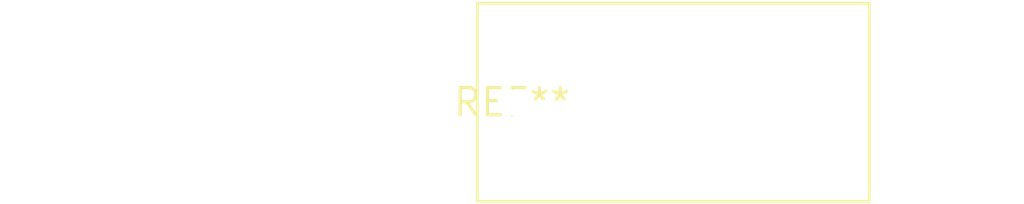
<source format=kicad_pcb>
(kicad_pcb (version 20240108) (generator pcbnew)
  (layers (0 "F.Cu" signal) (31 "B.Cu" signal) (34 "B.Paste" user) (35 "F.Paste" user) (36 "B.SilkS" user "B.Silkscreen") (37 "F.SilkS" user "F.Silkscreen") (38 "B.Mask" user) (39 "F.Mask" user) (44 "Edge.Cuts" user))
  (net 0 "")
  (footprint "C_Rect_L18.0mm_W9.0mm_P15.00mm_FKS3_FKP3" (layer "F.Cu") (at 0 0)
    (property "Reference" "REF**")
    (property "Value" "C_Rect_L18.0mm_W9.0mm_P15.00mm_FKS3_FKP3")
    (fp_line (start -1.62 -4.62) (end -1.62 4.62) (layer "F.SilkS") (stroke (width 0.12)))
    (fp_line (start -1.62 -4.62) (end 16.62 -4.62) (layer "F.SilkS") (stroke (width 0.12)))
    (fp_line (start -1.62 4.62) (end 16.62 4.62) (layer "F.SilkS") (stroke (width 0.12)))
    (fp_line (start 16.62 -4.62) (end 16.62 4.62) (layer "F.SilkS") (stroke (width 0.12)))
    (pad "1" thru_hole circle (at 0 0) (size 2.4 2.4) (drill 1.2) (layers *.Cu *.Mask) (remove_unused_layers))
    (pad "2" thru_hole circle (at 15 0) (size 2.4 2.4) (drill 1.2) (layers *.Cu *.Mask) (remove_unused_layers))
  )
)
</source>
